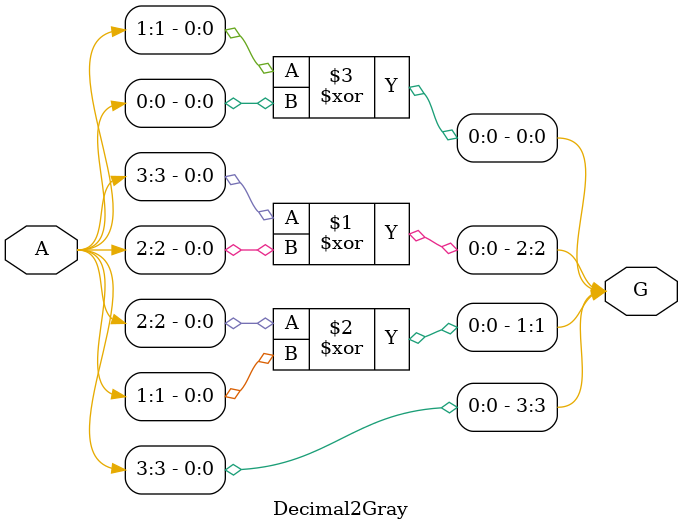
<source format=v>


module Decimal2Gray (				//This starts a module named Decimal2Gray  8038
	output [3:0] G, 			//with Output as G a 4 bit number (MSB G3) 8038
	input  [3:0] A 				//and Input as A a 4 bit number (MSB A3)   8038
	);
xor 	gate1(G[2],A[3],A[2]),			//gate1 , a xor gate , Input ->A[3] and A[2], Output G[2] 8038 	
	gate2(G[1],A[2],A[1]),			//gate2 , a xor gate , Input ->A[3] and A[2], Output G[2] 8038 
	gate3(G[0],A[1],A[0]);			//gate3 , a xor gate , Input ->A[3] and A[2], Output G[2] 8038 
buf 	gate4(G[3],A[3]);			//gate4 , a buffer   , Input ->A[3] and Output G[3] 8038 

endmodule 					//end of module Decimal2Gray    8038

</source>
